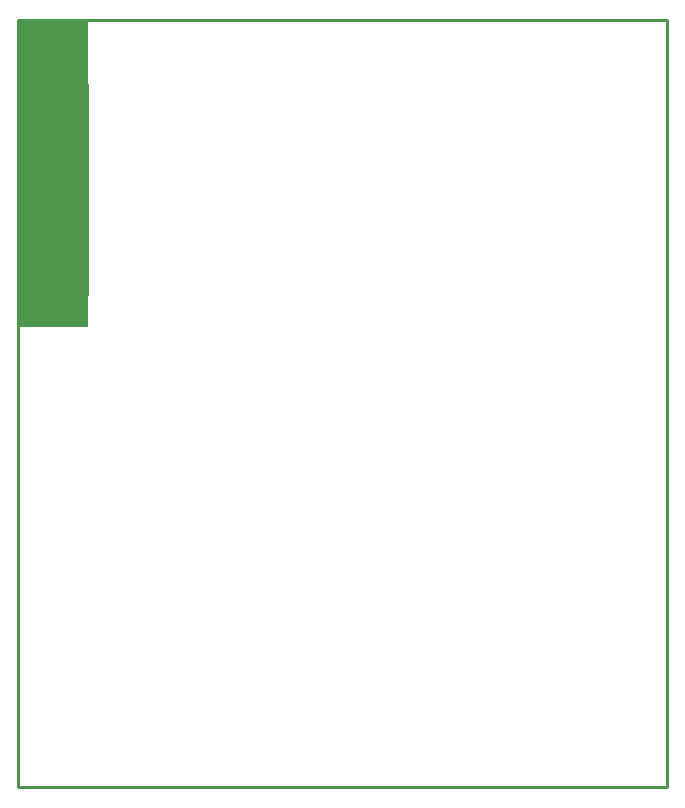
<source format=gbr>
%TF.GenerationSoftware,Altium Limited,Altium Designer,20.1.8 (145)*%
G04 Layer_Color=16711935*
%FSLAX45Y45*%
%MOMM*%
%TF.SameCoordinates,75FC8B90-4BF3-40FB-8E76-FB7BBE10E466*%
%TF.FilePolarity,Positive*%
%TF.FileFunction,Keep-out,Top*%
%TF.Part,Single*%
G01*
G75*
%TA.AperFunction,NonConductor*%
%ADD67C,0.25400*%
%ADD94R,6.01280X25.96536*%
G36*
X601280Y4164720D02*
X1280D01*
Y5964720D01*
X601280D01*
Y4164720D01*
D02*
G37*
D67*
X0Y8000D02*
X5500000D01*
X5500000Y6500000D02*
X5500000Y8000D01*
X0Y6499999D02*
X5500000Y6500000D01*
X0Y8000D02*
Y6499999D01*
D94*
X300640Y5201732D02*
D03*
%TF.MD5,63e88190617633d3c280210f4fd05c6e*%
M02*

</source>
